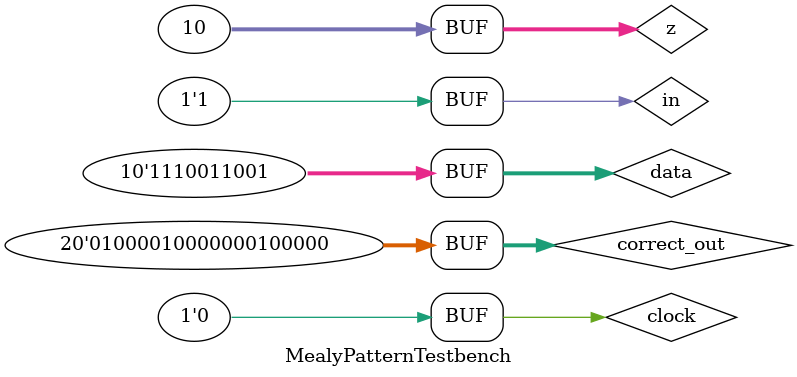
<source format=v>
module MealyPattern(
	input        clock,
	input        i,
	output [1:0] o
);

reg [1:0] current;
reg [1:0] out;

always @(posedge clock)
    begin
        out <= 2'b00;

        if ( i == 1'b0 && current == 2'b01 ) // 001 -> ouput 10
            out <= 2'b10;

        if ( i == 1'b1 && current == 2'b11 ) // 111 -> ouput 01
            out <= 2'b01;

        current[0] = current[1]; //current updaten
        current[1] <= i;
    end

    assign o = out;

endmodule

module MealyPatternTestbench();

reg clock, in;
wire [1:0] out;
integer z;
reg [9:0] data;
reg [19:0] correct_out;

reg test_passed;

MealyPattern machine(.clock(clock), .i(in), .o(out));

initial
    begin
        clock = 0;
        data = 10'b1110011001; //output is 00, 00, 10, 00, 00, 00, 10, 00, 00, 01
        correct_out = 20'b01000010000000100000;
        test_passed = 1'b1;

        for(z = 0; z <= 9; z = z + 1)
        begin
            #2 clock = 1;
            in = data[z];
            #2 clock = 0;
            test_passed <= test_passed & (correct_out[2 * z] == out[0] & correct_out[2 * z + 1] == out[1]);


            $display( "Input = ", in, " Output = %2b", out);
        end

        if ( test_passed )
            $display("Test passed");
        else
            $display("Not passed");
    end

endmodule


</source>
